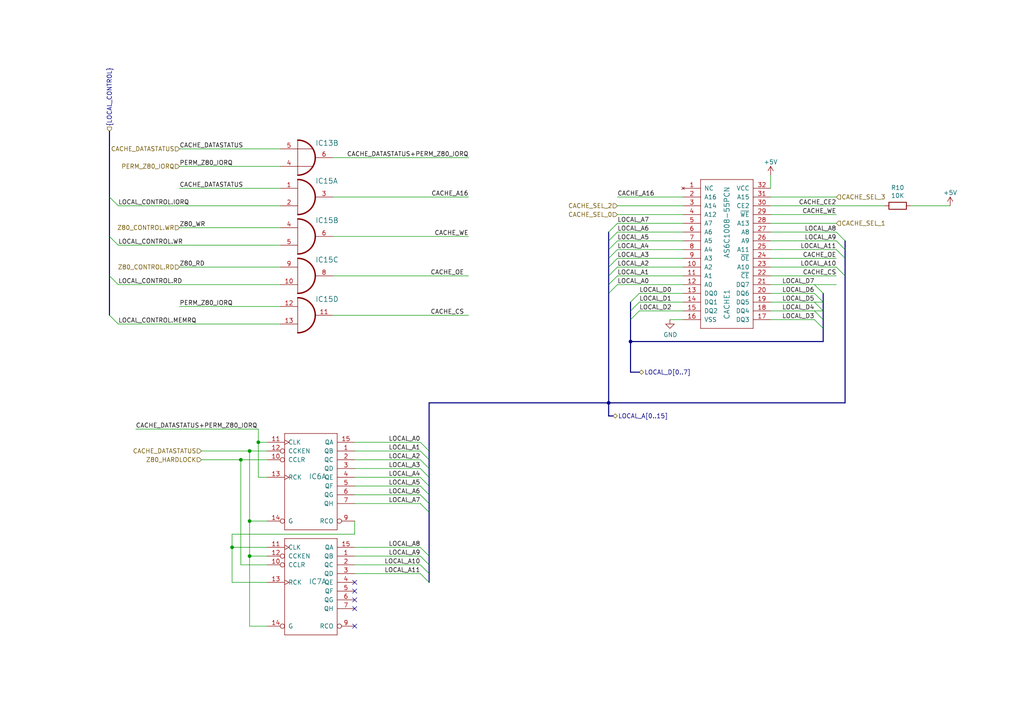
<source format=kicad_sch>
(kicad_sch (version 20230121) (generator eeschema)
  (paper "A4")
  (lib_symbols
    (symbol "Device:R" (pin_numbers hide) (pin_names (offset 0))
      (property "Reference" "R" (at 2.032 0 90))
      (property "Value" "R" (at 0 0 90))
      (symbol "R_0_1"
        (rectangle (start -1.016 -2.54) (end 1.016 2.54) (stroke (width 0.254)))
      )
      (symbol "R_1_1"
        (pin passive line (at 0 3.81 270) (length 1.27) (name "~") (number "1"))
        (pin passive line (at 0 -3.81 90) (length 1.27) (name "~") (number "2"))
      )
    )
    (symbol "FujiNet_Z80Bus_Reference-rescue:7408N-Z80Decoder-eagle-import" (pin_names (offset 1.016))
      (property "Reference" "IC" (at -0.635 -0.635 0))
      (symbol "7408N-Z80Decoder-eagle-import_1_0"
        (arc (start -2.54 -5.08) (mid 2.5179 0) (end -2.54 5.08) (stroke (width 0.4064)))
        (polyline (pts (xy -2.54 5.08) (xy -2.54 -5.08)))
        (pin input line (at -7.62 2.54 0) (length 5.08) (name "I0") (number "1"))
        (pin input line (at -7.62 -2.54 0) (length 5.08) (name "I1") (number "2"))
        (pin output line (at 7.62 0 180) (length 5.08) (name "O") (number "3"))
      )
      (symbol "7408N-Z80Decoder-eagle-import_2_0"
        (arc (start -2.54 -5.08) (mid 2.5179 0) (end -2.54 5.08) (stroke (width 0.4064)))
        (polyline (pts (xy -2.54 5.08) (xy -2.54 -5.08)))
        (pin input line (at -7.62 2.54 0) (length 5.08) (name "I0") (number "4"))
        (pin input line (at -7.62 -2.54 0) (length 5.08) (name "I1") (number "5"))
        (pin output line (at 7.62 0 180) (length 5.08) (name "O") (number "6"))
      )
      (symbol "7408N-Z80Decoder-eagle-import_3_0"
        (arc (start -2.54 -5.08) (mid 2.5179 0) (end -2.54 5.08) (stroke (width 0.4064)))
        (polyline (pts (xy -2.54 5.08) (xy -2.54 -5.08)))
        (pin input line (at -7.62 -2.54 0) (length 5.08) (name "I1") (number "10"))
        (pin output line (at 7.62 0 180) (length 5.08) (name "O") (number "8"))
        (pin input line (at -7.62 2.54 0) (length 5.08) (name "I0") (number "9"))
      )
      (symbol "7408N-Z80Decoder-eagle-import_4_0"
        (arc (start -2.54 -5.08) (mid 2.5179 0) (end -2.54 5.08) (stroke (width 0.4064)))
        (polyline (pts (xy -2.54 5.08) (xy -2.54 -5.08)))
        (pin output line (at 7.62 0 180) (length 5.08) (name "O") (number "11"))
        (pin input line (at -7.62 2.54 0) (length 5.08) (name "I0") (number "12"))
        (pin input line (at -7.62 -2.54 0) (length 5.08) (name "I1") (number "13"))
      )
      (symbol "7408N-Z80Decoder-eagle-import_5_0"
        (text "GND" (at 1.905 -5.842 900) (effects (font (size 1.0668 1.0668)) (justify left bottom)))
        (text "VCC" (at 1.905 2.54 900) (effects (font (size 1.0668 1.0668)) (justify left bottom)))
        (pin power_in line (at 0 7.62 270) (length 5.08) (name "VCC") (number "14"))
        (pin power_in line (at 0 -7.62 90) (length 5.08) (name "GND") (number "7"))
      )
    )
    (symbol "FujiNet_Z80Bus_Reference-rescue:7432N-Z80ESP-eagle-import" (pin_names (offset 1.016))
      (property "Reference" "IC" (at -0.635 -0.635 0))
      (symbol "7432N-Z80ESP-eagle-import_1_0"
        (arc (start -2.54 -5.08) (mid 2.5179 0) (end -2.54 5.08) (stroke (width 0.4064)))
        (polyline (pts (xy -2.54 5.08) (xy -2.54 -5.08)))
        (polyline (pts (xy 1.778 -2.54) (xy -2.54 -2.54)))
        (polyline (pts (xy 1.778 2.54) (xy -2.54 2.54)))
        (pin input line (at -7.62 2.54 0) (length 5.08) (name "I0") (number "1"))
        (pin input line (at -7.62 -2.54 0) (length 5.08) (name "I1") (number "2"))
        (pin output line (at 7.62 0 180) (length 5.08) (name "O") (number "3"))
      )
      (symbol "7432N-Z80ESP-eagle-import_2_0"
        (arc (start -2.54 -5.08) (mid 2.5179 0) (end -2.54 5.08) (stroke (width 0.4064)))
        (polyline (pts (xy -2.54 5.08) (xy -2.54 -5.08)))
        (polyline (pts (xy 1.778 -2.54) (xy -2.54 -2.54)))
        (polyline (pts (xy 1.778 2.54) (xy -2.54 2.54)))
        (pin input line (at -7.62 2.54 0) (length 5.08) (name "I0") (number "4"))
        (pin input line (at -7.62 -2.54 0) (length 5.08) (name "I1") (number "5"))
        (pin output line (at 7.62 0 180) (length 5.08) (name "O") (number "6"))
      )
      (symbol "7432N-Z80ESP-eagle-import_3_0"
        (arc (start -2.54 -5.08) (mid 2.5179 0) (end -2.54 5.08) (stroke (width 0.4064)))
        (polyline (pts (xy -2.54 5.08) (xy -2.54 -5.08)))
        (polyline (pts (xy 1.778 -2.54) (xy -2.54 -2.54)))
        (polyline (pts (xy 1.778 2.54) (xy -2.54 2.54)))
        (pin input line (at -7.62 -2.54 0) (length 5.08) (name "I1") (number "10"))
        (pin output line (at 7.62 0 180) (length 5.08) (name "O") (number "8"))
        (pin input line (at -7.62 2.54 0) (length 5.08) (name "I0") (number "9"))
      )
      (symbol "7432N-Z80ESP-eagle-import_4_0"
        (arc (start -2.54 -5.08) (mid 2.5179 0) (end -2.54 5.08) (stroke (width 0.4064)))
        (polyline (pts (xy -2.54 5.08) (xy -2.54 -5.08)))
        (polyline (pts (xy 1.778 -2.54) (xy -2.54 -2.54)))
        (polyline (pts (xy 1.778 2.54) (xy -2.54 2.54)))
        (pin output line (at 7.62 0 180) (length 5.08) (name "O") (number "11"))
        (pin input line (at -7.62 2.54 0) (length 5.08) (name "I0") (number "12"))
        (pin input line (at -7.62 -2.54 0) (length 5.08) (name "I1") (number "13"))
      )
      (symbol "7432N-Z80ESP-eagle-import_5_0"
        (text "GND" (at 1.905 -5.842 900) (effects (font (size 1.0668 1.0668)) (justify left bottom)))
        (text "VCC" (at 1.905 2.54 900) (effects (font (size 1.0668 1.0668)) (justify left bottom)))
        (pin power_in line (at 0 7.62 270) (length 5.08) (name "VCC") (number "14"))
        (pin power_in line (at 0 -7.62 90) (length 5.08) (name "GND") (number "7"))
      )
    )
    (symbol "FujiNet_Z80Bus_Reference-rescue:74590N-Z80ESP-eagle-import" (pin_names (offset 1.016))
      (property "Reference" "IC" (at -0.635 -0.635 0))
      (symbol "74590N-Z80ESP-eagle-import_1_0"
        (polyline (pts (xy -7.62 -15.24) (xy 7.62 -15.24)))
        (polyline (pts (xy -7.62 12.7) (xy -7.62 -15.24)))
        (polyline (pts (xy 7.62 -15.24) (xy 7.62 12.7)))
        (polyline (pts (xy 7.62 12.7) (xy -7.62 12.7)))
        (pin tri_state line (at 12.7 7.62 180) (length 5.08) (name "QB") (number "1"))
        (pin input inverted (at -12.7 5.08 0) (length 5.08) (name "CCLR") (number "10"))
        (pin input clock (at -12.7 10.16 0) (length 5.08) (name "CLK") (number "11"))
        (pin input inverted (at -12.7 7.62 0) (length 5.08) (name "CCKEN") (number "12"))
        (pin input clock (at -12.7 0 0) (length 5.08) (name "RCK") (number "13"))
        (pin input inverted (at -12.7 -12.7 0) (length 5.08) (name "G") (number "14"))
        (pin tri_state line (at 12.7 10.16 180) (length 5.08) (name "QA") (number "15"))
        (pin tri_state line (at 12.7 5.08 180) (length 5.08) (name "QC") (number "2"))
        (pin tri_state line (at 12.7 2.54 180) (length 5.08) (name "QD") (number "3"))
        (pin tri_state line (at 12.7 0 180) (length 5.08) (name "QE") (number "4"))
        (pin tri_state line (at 12.7 -2.54 180) (length 5.08) (name "QF") (number "5"))
        (pin tri_state line (at 12.7 -5.08 180) (length 5.08) (name "QG") (number "6"))
        (pin tri_state line (at 12.7 -7.62 180) (length 5.08) (name "QH") (number "7"))
        (pin output inverted (at 12.7 -12.7 180) (length 5.08) (name "RCO") (number "9"))
      )
      (symbol "74590N-Z80ESP-eagle-import_2_0"
        (text "GND" (at 1.905 -5.842 900) (effects (font (size 1.0668 1.0668)) (justify left bottom)))
        (text "VCC" (at 1.905 2.54 900) (effects (font (size 1.0668 1.0668)) (justify left bottom)))
        (pin power_in line (at 0 7.62 270) (length 5.08) (name "VCC") (number "16"))
        (pin power_in line (at 0 -7.62 90) (length 5.08) (name "GND") (number "8"))
      )
    )
    (symbol "FujiNet_Z80Bus_Reference-rescue:AS6C1008-55PCN-Z80Decoder-eagle-import" (pin_names (offset 1.016))
      (property "Reference" "IC" (at 21.59 7.62 0))
      (property "Value" "Z80Decoder-eagle-import_AS6C1008-55PCN" (at 21.59 5.08 0))
      (symbol "AS6C1008-55PCN-Z80Decoder-eagle-import_1_0"
        (polyline (pts (xy 5.08 2.54) (xy 5.08 -40.64)))
        (polyline (pts (xy 5.08 2.54) (xy 20.32 2.54)))
        (polyline (pts (xy 20.32 -40.64) (xy 5.08 -40.64)))
        (polyline (pts (xy 20.32 -40.64) (xy 20.32 2.54)))
        (pin no_connect line (at 0 0 0) (length 5.08) (name "NC") (number "1"))
        (pin bidirectional line (at 0 -22.86 0) (length 5.08) (name "A2") (number "10"))
        (pin bidirectional line (at 0 -25.4 0) (length 5.08) (name "A1") (number "11"))
        (pin bidirectional line (at 0 -27.94 0) (length 5.08) (name "A0") (number "12"))
        (pin bidirectional line (at 0 -30.48 0) (length 5.08) (name "DQ0") (number "13"))
        (pin bidirectional line (at 0 -33.02 0) (length 5.08) (name "DQ1") (number "14"))
        (pin bidirectional line (at 0 -35.56 0) (length 5.08) (name "DQ2") (number "15"))
        (pin bidirectional line (at 0 -38.1 0) (length 5.08) (name "VSS") (number "16"))
        (pin bidirectional line (at 25.4 -38.1 180) (length 5.08) (name "DQ3") (number "17"))
        (pin bidirectional line (at 25.4 -35.56 180) (length 5.08) (name "DQ4") (number "18"))
        (pin bidirectional line (at 25.4 -33.02 180) (length 5.08) (name "DQ5") (number "19"))
        (pin bidirectional line (at 0 -2.54 0) (length 5.08) (name "A16") (number "2"))
        (pin bidirectional line (at 25.4 -30.48 180) (length 5.08) (name "DQ6") (number "20"))
        (pin bidirectional line (at 25.4 -27.94 180) (length 5.08) (name "DQ7") (number "21"))
        (pin bidirectional line (at 25.4 -25.4 180) (length 5.08) (name "~{CE}") (number "22"))
        (pin bidirectional line (at 25.4 -22.86 180) (length 5.08) (name "A10") (number "23"))
        (pin bidirectional line (at 25.4 -20.32 180) (length 5.08) (name "~{OE}") (number "24"))
        (pin bidirectional line (at 25.4 -17.78 180) (length 5.08) (name "A11") (number "25"))
        (pin bidirectional line (at 25.4 -15.24 180) (length 5.08) (name "A9") (number "26"))
        (pin bidirectional line (at 25.4 -12.7 180) (length 5.08) (name "A8") (number "27"))
        (pin bidirectional line (at 25.4 -10.16 180) (length 5.08) (name "A13") (number "28"))
        (pin bidirectional line (at 25.4 -7.62 180) (length 5.08) (name "~{WE}") (number "29"))
        (pin bidirectional line (at 0 -5.08 0) (length 5.08) (name "A14") (number "3"))
        (pin bidirectional line (at 25.4 -5.08 180) (length 5.08) (name "CE2") (number "30"))
        (pin bidirectional line (at 25.4 -2.54 180) (length 5.08) (name "A15") (number "31"))
        (pin bidirectional line (at 25.4 0 180) (length 5.08) (name "VCC") (number "32"))
        (pin bidirectional line (at 0 -7.62 0) (length 5.08) (name "A12") (number "4"))
        (pin bidirectional line (at 0 -10.16 0) (length 5.08) (name "A7") (number "5"))
        (pin bidirectional line (at 0 -12.7 0) (length 5.08) (name "A6") (number "6"))
        (pin bidirectional line (at 0 -15.24 0) (length 5.08) (name "A5") (number "7"))
        (pin bidirectional line (at 0 -17.78 0) (length 5.08) (name "A4") (number "8"))
        (pin bidirectional line (at 0 -20.32 0) (length 5.08) (name "A3") (number "9"))
      )
    )
    (symbol "power:+5V" (power) (pin_names (offset 0))
      (property "Value" "+5V" (at 0 3.556 0))
      (symbol "+5V_0_1"
        (polyline (pts (xy -0.762 1.27) (xy 0 2.54)))
        (polyline (pts (xy 0 0) (xy 0 2.54)))
        (polyline (pts (xy 0 2.54) (xy 0.762 1.27)))
      )
      (symbol "+5V_1_1"
        (pin power_in line (at 0 0 90) (length 0) hide (name "+5V") (number "1"))
      )
    )
    (symbol "power:GND" (power) (pin_names (offset 0))
      (property "Value" "GND" (at 0 -3.81 0))
      (symbol "GND_0_1"
        (polyline (pts (xy 0 0) (xy 0 -1.27) (xy 1.27 -1.27) (xy 0 -2.54) (xy -1.27 -1.27) (xy 0 -1.27)))
      )
      (symbol "GND_1_1"
        (pin power_in line (at 0 0 270) (length 0) hide (name "GND") (number "1"))
      )
    )
  )
  (junction (at 182.88 99.06))
  (junction (at 72.39 161.29))
  (junction (at 67.31 158.75))
  (junction (at 72.39 151.13))
  (junction (at 74.93 128.27))
  (junction (at 176.53 116.84))
  (junction (at 72.39 130.81))
  (junction (at 69.85 133.35))
  (no_connect (at 102.87 173.99))
  (no_connect (at 102.87 181.61))
  (no_connect (at 102.87 171.45))
  (no_connect (at 102.87 168.91))
  (no_connect (at 102.87 176.53))
  (bus_entry (at 31.75 68.58) (size 2.54 2.54))
  (bus_entry (at 236.22 87.63) (size 2.54 2.54))
  (bus_entry (at 176.53 77.47) (size 2.54 -2.54))
  (bus_entry (at 31.75 91.44) (size 2.54 2.54))
  (bus_entry (at 236.22 90.17) (size 2.54 2.54))
  (bus_entry (at 121.92 140.97) (size 2.54 2.54))
  (bus_entry (at 31.75 80.01) (size 2.54 2.54))
  (bus_entry (at 236.22 82.55) (size 2.54 2.54))
  (bus_entry (at 31.75 57.15) (size 2.54 2.54))
  (bus_entry (at 121.92 143.51) (size 2.54 2.54))
  (bus_entry (at 176.53 85.09) (size 2.54 -2.54))
  (bus_entry (at 121.92 128.27) (size 2.54 2.54))
  (bus_entry (at 121.92 135.89) (size 2.54 2.54))
  (bus_entry (at 121.92 161.29) (size 2.54 2.54))
  (bus_entry (at 176.53 82.55) (size 2.54 -2.54))
  (bus_entry (at 176.53 69.85) (size 2.54 -2.54))
  (bus_entry (at 245.11 74.93) (size -2.54 -2.54))
  (bus_entry (at 121.92 158.75) (size 2.54 2.54))
  (bus_entry (at 245.11 72.39) (size -2.54 -2.54))
  (bus_entry (at 121.92 166.37) (size 2.54 2.54))
  (bus_entry (at 182.88 92.71) (size 2.54 -2.54))
  (bus_entry (at 121.92 146.05) (size 2.54 2.54))
  (bus_entry (at 236.22 92.71) (size 2.54 2.54))
  (bus_entry (at 245.11 80.01) (size -2.54 -2.54))
  (bus_entry (at 121.92 130.81) (size 2.54 2.54))
  (bus_entry (at 182.88 87.63) (size 2.54 -2.54))
  (bus_entry (at 121.92 138.43) (size 2.54 2.54))
  (bus_entry (at 176.53 80.01) (size 2.54 -2.54))
  (bus_entry (at 236.22 85.09) (size 2.54 2.54))
  (bus_entry (at 182.88 90.17) (size 2.54 -2.54))
  (bus_entry (at 121.92 133.35) (size 2.54 2.54))
  (bus_entry (at 176.53 74.93) (size 2.54 -2.54))
  (bus_entry (at 245.11 69.85) (size -2.54 -2.54))
  (bus_entry (at 176.53 67.31) (size 2.54 -2.54))
  (bus_entry (at 121.92 163.83) (size 2.54 2.54))
  (bus_entry (at 176.53 72.39) (size 2.54 -2.54))
  (wire (pts (xy 198.12 62.23) (xy 179.07 62.23)))
  (bus (pts (xy 124.46 143.51) (xy 124.46 146.05)))
  (wire (pts (xy 81.28 93.98) (xy 34.29 93.98)))
  (wire (pts (xy 185.42 90.17) (xy 198.12 90.17)))
  (wire (pts (xy 102.87 135.89) (xy 121.92 135.89)))
  (wire (pts (xy 102.87 140.97) (xy 121.92 140.97)))
  (wire (pts (xy 223.52 85.09) (xy 236.22 85.09)))
  (bus (pts (xy 124.46 163.83) (xy 124.46 166.37)))
  (wire (pts (xy 223.52 80.01) (xy 242.57 80.01)))
  (wire (pts (xy 67.31 154.94) (xy 102.87 154.94)))
  (bus (pts (xy 245.11 69.85) (xy 245.11 72.39)))
  (wire (pts (xy 223.52 64.77) (xy 242.57 64.77)))
  (bus (pts (xy 176.53 77.47) (xy 176.53 80.01)))
  (wire (pts (xy 198.12 69.85) (xy 179.07 69.85)))
  (bus (pts (xy 176.53 85.09) (xy 176.53 116.84)))
  (wire (pts (xy 67.31 158.75) (xy 77.47 158.75)))
  (wire (pts (xy 67.31 168.91) (xy 67.31 158.75)))
  (wire (pts (xy 69.85 163.83) (xy 77.47 163.83)))
  (wire (pts (xy 58.42 130.81) (xy 72.39 130.81)))
  (wire (pts (xy 72.39 161.29) (xy 72.39 181.61)))
  (wire (pts (xy 102.87 146.05) (xy 121.92 146.05)))
  (bus (pts (xy 238.76 92.71) (xy 238.76 95.25)))
  (wire (pts (xy 77.47 138.43) (xy 74.93 138.43)))
  (bus (pts (xy 176.53 120.65) (xy 176.53 116.84)))
  (wire (pts (xy 223.52 50.8) (xy 223.52 54.61)))
  (wire (pts (xy 72.39 151.13) (xy 72.39 130.81)))
  (bus (pts (xy 176.53 82.55) (xy 176.53 85.09)))
  (wire (pts (xy 96.52 80.01) (xy 135.89 80.01)))
  (bus (pts (xy 238.76 95.25) (xy 238.76 99.06)))
  (wire (pts (xy 102.87 128.27) (xy 121.92 128.27)))
  (wire (pts (xy 81.28 54.61) (xy 52.07 54.61)))
  (wire (pts (xy 179.07 59.69) (xy 198.12 59.69)))
  (wire (pts (xy 223.52 62.23) (xy 242.57 62.23)))
  (bus (pts (xy 182.88 92.71) (xy 182.88 99.06)))
  (wire (pts (xy 102.87 133.35) (xy 121.92 133.35)))
  (wire (pts (xy 223.52 92.71) (xy 236.22 92.71)))
  (bus (pts (xy 176.53 80.01) (xy 176.53 82.55)))
  (bus (pts (xy 177.8 120.65) (xy 176.53 120.65)))
  (bus (pts (xy 124.46 133.35) (xy 124.46 135.89)))
  (wire (pts (xy 102.87 158.75) (xy 121.92 158.75)))
  (bus (pts (xy 245.11 74.93) (xy 245.11 80.01)))
  (wire (pts (xy 223.52 59.69) (xy 256.54 59.69)))
  (wire (pts (xy 81.28 66.04) (xy 52.07 66.04)))
  (wire (pts (xy 67.31 158.75) (xy 67.31 154.94)))
  (wire (pts (xy 58.42 133.35) (xy 69.85 133.35)))
  (bus (pts (xy 31.75 57.15) (xy 31.75 68.58)))
  (wire (pts (xy 74.93 128.27) (xy 74.93 124.46)))
  (bus (pts (xy 176.53 74.93) (xy 176.53 77.47)))
  (wire (pts (xy 77.47 128.27) (xy 74.93 128.27)))
  (wire (pts (xy 81.28 82.55) (xy 34.29 82.55)))
  (bus (pts (xy 182.88 99.06) (xy 238.76 99.06)))
  (bus (pts (xy 176.53 72.39) (xy 176.53 74.93)))
  (wire (pts (xy 81.28 59.69) (xy 34.29 59.69)))
  (wire (pts (xy 198.12 72.39) (xy 179.07 72.39)))
  (bus (pts (xy 245.11 80.01) (xy 245.11 116.84)))
  (wire (pts (xy 223.52 90.17) (xy 236.22 90.17)))
  (wire (pts (xy 81.28 88.9) (xy 52.07 88.9)))
  (bus (pts (xy 182.88 90.17) (xy 182.88 92.71)))
  (bus (pts (xy 31.75 38.1) (xy 31.75 57.15)))
  (wire (pts (xy 102.87 143.51) (xy 121.92 143.51)))
  (wire (pts (xy 198.12 67.31) (xy 179.07 67.31)))
  (bus (pts (xy 176.53 69.85) (xy 176.53 72.39)))
  (wire (pts (xy 223.52 77.47) (xy 242.57 77.47)))
  (wire (pts (xy 135.89 45.72) (xy 96.52 45.72)))
  (wire (pts (xy 236.22 87.63) (xy 238.76 87.63)))
  (wire (pts (xy 72.39 161.29) (xy 72.39 151.13)))
  (bus (pts (xy 31.75 68.58) (xy 31.75 80.01)))
  (wire (pts (xy 185.42 85.09) (xy 198.12 85.09)))
  (wire (pts (xy 223.52 72.39) (xy 242.57 72.39)))
  (bus (pts (xy 238.76 85.09) (xy 238.76 87.63)))
  (wire (pts (xy 102.87 154.94) (xy 102.87 151.13)))
  (bus (pts (xy 124.46 130.81) (xy 124.46 133.35)))
  (wire (pts (xy 96.52 91.44) (xy 135.89 91.44)))
  (wire (pts (xy 102.87 138.43) (xy 121.92 138.43)))
  (wire (pts (xy 72.39 181.61) (xy 77.47 181.61)))
  (bus (pts (xy 245.11 72.39) (xy 245.11 74.93)))
  (bus (pts (xy 182.88 99.06) (xy 182.88 107.95)))
  (bus (pts (xy 182.88 107.95) (xy 185.42 107.95)))
  (wire (pts (xy 242.57 57.15) (xy 223.52 57.15)))
  (bus (pts (xy 124.46 161.29) (xy 124.46 163.83)))
  (bus (pts (xy 182.88 87.63) (xy 182.88 90.17)))
  (wire (pts (xy 121.92 163.83) (xy 102.87 163.83)))
  (bus (pts (xy 124.46 146.05) (xy 124.46 148.59)))
  (wire (pts (xy 194.31 92.71) (xy 198.12 92.71)))
  (bus (pts (xy 124.46 135.89) (xy 124.46 138.43)))
  (bus (pts (xy 124.46 116.84) (xy 176.53 116.84)))
  (wire (pts (xy 72.39 130.81) (xy 77.47 130.81)))
  (wire (pts (xy 39.37 124.46) (xy 74.93 124.46)))
  (wire (pts (xy 52.07 43.18) (xy 81.28 43.18)))
  (wire (pts (xy 275.59 59.69) (xy 264.16 59.69)))
  (wire (pts (xy 72.39 151.13) (xy 77.47 151.13)))
  (wire (pts (xy 198.12 80.01) (xy 179.07 80.01)))
  (wire (pts (xy 179.07 57.15) (xy 198.12 57.15)))
  (wire (pts (xy 121.92 161.29) (xy 102.87 161.29)))
  (wire (pts (xy 77.47 161.29) (xy 72.39 161.29)))
  (wire (pts (xy 198.12 74.93) (xy 179.07 74.93)))
  (wire (pts (xy 102.87 130.81) (xy 121.92 130.81)))
  (wire (pts (xy 81.28 71.12) (xy 34.29 71.12)))
  (bus (pts (xy 238.76 90.17) (xy 238.76 92.71)))
  (bus (pts (xy 124.46 166.37) (xy 124.46 168.91)))
  (bus (pts (xy 124.46 140.97) (xy 124.46 143.51)))
  (bus (pts (xy 176.53 116.84) (xy 245.11 116.84)))
  (bus (pts (xy 238.76 87.63) (xy 238.76 90.17)))
  (wire (pts (xy 77.47 133.35) (xy 69.85 133.35)))
  (wire (pts (xy 223.52 69.85) (xy 242.57 69.85)))
  (wire (pts (xy 223.52 67.31) (xy 242.57 67.31)))
  (wire (pts (xy 223.52 74.93) (xy 242.57 74.93)))
  (wire (pts (xy 96.52 57.15) (xy 135.89 57.15)))
  (wire (pts (xy 198.12 77.47) (xy 179.07 77.47)))
  (wire (pts (xy 185.42 87.63) (xy 198.12 87.63)))
  (wire (pts (xy 96.52 68.58) (xy 135.89 68.58)))
  (wire (pts (xy 236.22 90.17) (xy 238.76 90.17)))
  (bus (pts (xy 124.46 116.84) (xy 124.46 130.81)))
  (wire (pts (xy 236.22 82.55) (xy 242.57 82.55)))
  (bus (pts (xy 176.53 67.31) (xy 176.53 69.85)))
  (wire (pts (xy 69.85 163.83) (xy 69.85 133.35)))
  (wire (pts (xy 52.07 48.26) (xy 81.28 48.26)))
  (bus (pts (xy 31.75 80.01) (xy 31.75 91.44)))
  (bus (pts (xy 124.46 138.43) (xy 124.46 140.97)))
  (wire (pts (xy 81.28 77.47) (xy 52.07 77.47)))
  (wire (pts (xy 223.52 87.63) (xy 236.22 87.63)))
  (wire (pts (xy 77.47 168.91) (xy 67.31 168.91)))
  (wire (pts (xy 198.12 82.55) (xy 179.07 82.55)))
  (wire (pts (xy 198.12 64.77) (xy 179.07 64.77)))
  (bus (pts (xy 124.46 148.59) (xy 124.46 161.29)))
  (wire (pts (xy 74.93 138.43) (xy 74.93 128.27)))
  (wire (pts (xy 223.52 82.55) (xy 236.22 82.55)))
  (wire (pts (xy 121.92 166.37) (xy 102.87 166.37)))
  (label "LOCAL_A1" (at 121.92 130.81 180))
  (label "CACHE_A16" (at 179.07 57.15 0))
  (label "CACHE_A16" (at 135.89 57.15 180))
  (label "LOCAL_D7" (at 236.22 82.55 180))
  (label "LOCAL_D4" (at 236.22 90.17 180))
  (label "LOCAL_A2" (at 179.07 77.47 0))
  (label "CACHE_CE2" (at 242.57 59.69 180))
  (label "CACHE_DATASTATUS" (at 52.07 43.18 0))
  (label "LOCAL_A0" (at 121.92 128.27 180))
  (label "LOCAL_A10" (at 121.92 163.83 180))
  (label "LOCAL_A6" (at 179.07 67.31 0))
  (label "CACHE_CS" (at 134.62 91.44 180))
  (label "LOCAL_D0" (at 185.42 85.09 0))
  (label "LOCAL_D5" (at 236.22 87.63 180))
  (label "LOCAL_D1" (at 185.42 87.63 0))
  (label "LOCAL_A3" (at 121.92 135.89 180))
  (label "LOCAL_A6" (at 121.92 143.51 180))
  (label "LOCAL_D2" (at 185.42 90.17 0))
  (label "LOCAL_CONTROL.WR" (at 34.29 71.12 0))
  (label "LOCAL_A5" (at 121.92 140.97 180))
  (label "Z80_RD" (at 52.07 77.47 0))
  (label "LOCAL_A0" (at 179.07 82.55 0))
  (label "LOCAL_A4" (at 179.07 72.39 0))
  (label "CACHE_OE" (at 242.57 74.93 180))
  (label "CACHE_DATASTATUS" (at 52.07 54.61 0))
  (label "LOCAL_CONTROL.IORQ" (at 34.29 59.69 0))
  (label "LOCAL_A9" (at 121.92 161.29 180))
  (label "LOCAL_A3" (at 179.07 74.93 0))
  (label "LOCAL_A11" (at 242.57 72.39 180))
  (label "CACHE_OE" (at 134.62 80.01 180))
  (label "PERM_Z80_IORQ" (at 52.07 88.9 0))
  (label "LOCAL_A8" (at 242.57 67.31 180))
  (label "LOCAL_A1" (at 179.07 80.01 0))
  (label "CACHE_WE" (at 242.57 62.23 180))
  (label "LOCAL_D6" (at 236.22 85.09 180))
  (label "LOCAL_A8" (at 121.92 158.75 180))
  (label "LOCAL_D3" (at 236.22 92.71 180))
  (label "LOCAL_A7" (at 121.92 146.05 180))
  (label "LOCAL_A4" (at 121.92 138.43 180))
  (label "CACHE_CS" (at 242.57 80.01 180))
  (label "Z80_WR" (at 52.07 66.04 0))
  (label "LOCAL_CONTROL.MEMRQ" (at 34.29 93.98 0))
  (label "CACHE_DATASTATUS+PERM_Z80_IORQ" (at 39.37 124.46 0))
  (label "LOCAL_A5" (at 179.07 69.85 0))
  (label "PERM_Z80_IORQ" (at 52.07 48.26 0))
  (label "LOCAL_A7" (at 179.07 64.77 0))
  (label "LOCAL_A9" (at 242.57 69.85 180))
  (label "LOCAL_A10" (at 242.57 77.47 180))
  (label "CACHE_DATASTATUS+PERM_Z80_IORQ" (at 135.89 45.72 180))
  (label "LOCAL_A2" (at 121.92 133.35 180))
  (label "LOCAL_A11" (at 121.92 166.37 180))
  (label "LOCAL_CONTROL.RD" (at 34.29 82.55 0))
  (label "CACHE_WE" (at 135.89 68.58 180))
  (hierarchical_label "CACHE_DATASTATUS" (shape input) (at 52.07 43.18 180))
  (hierarchical_label "Z80_CONTROL.WR" (shape input) (at 52.07 66.04 180))
  (hierarchical_label "CACHE_SEL_1" (shape input) (at 242.57 64.77 0))
  (hierarchical_label "Z80_HARDLOCK" (shape input) (at 58.42 133.35 180))
  (hierarchical_label "LOCAL_D[0..7]" (shape bidirectional) (at 185.42 107.95 0))
  (hierarchical_label "Z80_CONTROL.RD" (shape input) (at 52.07 77.47 180))
  (hierarchical_label "CACHE_DATASTATUS" (shape input) (at 58.42 130.81 180))
  (hierarchical_label "CACHE_SEL_3" (shape input) (at 242.57 57.15 0))
  (hierarchical_label "PERM_Z80_IORQ" (shape input) (at 52.07 48.26 180))
  (hierarchical_label "CACHE_SEL_2" (shape input) (at 179.07 59.69 180))
  (hierarchical_label "CACHE_SEL_0" (shape input) (at 179.07 62.23 180))
  (hierarchical_label "{LOCAL_CONTROL}" (shape input) (at 31.75 38.1 90))
  (hierarchical_label "LOCAL_A[0..15]" (shape bidirectional) (at 177.8 120.65 0))
  (symbol (lib_id "FujiNet_Z80Bus_Reference-rescue:74590N-Z80ESP-eagle-import") (at 90.17 168.91 0) (unit 1)
    (property "Reference" "IC7" (at 89.535 169.545 0) (effects (font (size 1.4986 1.4986)) (justify left bottom)))
    (property "Value" "74590N" (effects hide))
    (property "Footprint" "Package_DIP:DIP-16_W7.62mm_Socket" (effects hide))
  )
  (symbol (lib_id "FujiNet_Z80Bus_Reference-rescue:74590N-Z80ESP-eagle-import") (at 90.17 138.43 0) (unit 1)
    (property "Reference" "IC6" (at 89.535 139.065 0) (effects (font (size 1.4986 1.4986)) (justify left bottom)))
    (property "Value" "74590N" (effects hide))
    (property "Footprint" "Package_DIP:DIP-16_W7.62mm_Socket" (effects hide))
    (instances (project "FujiNet_Z80Bus_Reference" (path "" (reference "IC6") (unit 1)) (path "" (reference "IC?") (unit 1))))
  )
  (symbol (lib_id "FujiNet_Z80Bus_Reference-rescue:7432N-Z80ESP-eagle-import") (at 88.9 45.72 0) (mirror x) (unit 2)
    (property "Reference" "IC13" (at 91.44 40.64 0) (effects (font (size 1.4986 1.4986)) (justify left bottom)))
    (property "Value" "7432N" (effects hide))
    (property "Footprint" "Package_DIP:DIP-14_W7.62mm_Socket" (effects hide))
    (instances (project "FujiNet_Z80Bus_Reference" (path "" (reference "IC13") (unit 2)) (path "" (reference "IC?") (unit 2))))
  )
  (symbol (lib_id "Device:R") (at 260.35 59.69 90) (mirror x) (unit 1)
    (property "Reference" "R10" (at 260.35 54.4322 90))
    (property "Value" "10K" (at 260.35 56.7436 90))
    (property "Footprint" "Resistor_THT:R_Axial_DIN0207_L6.3mm_D2.5mm_P10.16mm_Horizontal" (effects hide))
  )
  (symbol (lib_id "power:GND") (at 194.31 92.71 0) (unit 1)
    (property "Reference" "#PWR0108" (effects hide))
    (property "Value" "GND" (at 194.437 97.1042 0))
  )
  (symbol (lib_id "FujiNet_Z80Bus_Reference-rescue:AS6C1008-55PCN-Z80Decoder-eagle-import") (at 198.12 54.61 0) (unit 1)
    (property "Reference" "CACHE1" (at 210.82 92.71 90) (effects (font (size 1.4986 1.4986)) (justify left)))
    (property "Value" "AS6C1008-55PCN" (at 210.82 74.93 90) (effects (font (size 1.4986 1.4986)) (justify left)))
    (property "Footprint" "Package_DIP:DIP-32_W15.24mm_Socket" (effects hide))
    (instances (project "FujiNet_Z80Bus_Reference" (path "" (reference "CACHE1") (unit 1)) (path "" (reference "CACHE?") (unit 1))))
  )
  (symbol (lib_id "FujiNet_Z80Bus_Reference-rescue:7408N-Z80Decoder-eagle-import") (at 88.9 57.15 0) (unit 1)
    (property "Reference" "IC15" (at 91.44 53.34 0) (effects (font (size 1.4986 1.4986)) (justify left bottom)))
    (property "Value" "7408N" (effects hide))
    (property "Footprint" "Package_DIP:DIP-14_W7.62mm_Socket" (effects hide))
    (instances (project "FujiNet_Z80Bus_Reference" (path "" (reference "IC15") (unit 1)) (path "" (reference "IC?") (unit 1))))
  )
  (symbol (lib_id "FujiNet_Z80Bus_Reference-rescue:7408N-Z80Decoder-eagle-import") (at 88.9 68.58 0) (unit 2)
    (property "Reference" "IC15" (at 91.44 64.77 0) (effects (font (size 1.4986 1.4986)) (justify left bottom)))
    (property "Value" "7408N" (effects hide))
    (property "Footprint" "Package_DIP:DIP-14_W7.62mm_Socket" (effects hide))
    (instances (project "FujiNet_Z80Bus_Reference" (path "" (reference "IC15") (unit 2)) (path "" (reference "IC?") (unit 2))))
  )
  (symbol (lib_id "FujiNet_Z80Bus_Reference-rescue:7408N-Z80Decoder-eagle-import") (at 88.9 80.01 0) (unit 3)
    (property "Reference" "IC15" (at 91.44 76.2 0) (effects (font (size 1.4986 1.4986)) (justify left bottom)))
    (property "Value" "7408N" (effects hide))
    (property "Footprint" "Package_DIP:DIP-14_W7.62mm_Socket" (effects hide))
    (instances (project "FujiNet_Z80Bus_Reference" (path "" (reference "IC15") (unit 3)) (path "" (reference "IC?") (unit 3))))
  )
  (symbol (lib_id "FujiNet_Z80Bus_Reference-rescue:7408N-Z80Decoder-eagle-import") (at 88.9 91.44 0) (unit 4)
    (property "Reference" "IC15" (at 91.44 87.63 0) (effects (font (size 1.4986 1.4986)) (justify left bottom)))
    (property "Value" "7408N" (effects hide))
    (property "Footprint" "Package_DIP:DIP-14_W7.62mm_Socket" (effects hide))
    (instances (project "FujiNet_Z80Bus_Reference" (path "" (reference "IC15") (unit 4)) (path "" (reference "IC?") (unit 4))))
  )
  (symbol (lib_id "power:+5V") (at 223.52 50.8 0) (unit 1)
    (property "Reference" "#PWR015" (effects hide))
    (property "Value" "+5V" (at 223.52 46.99 0))
  )
  (symbol (lib_id "power:+5V") (at 275.59 59.69 0) (mirror y) (unit 1)
    (property "Reference" "#PWR016" (effects hide))
    (property "Value" "+5V" (at 275.59 55.88 0))
  )
)
</source>
